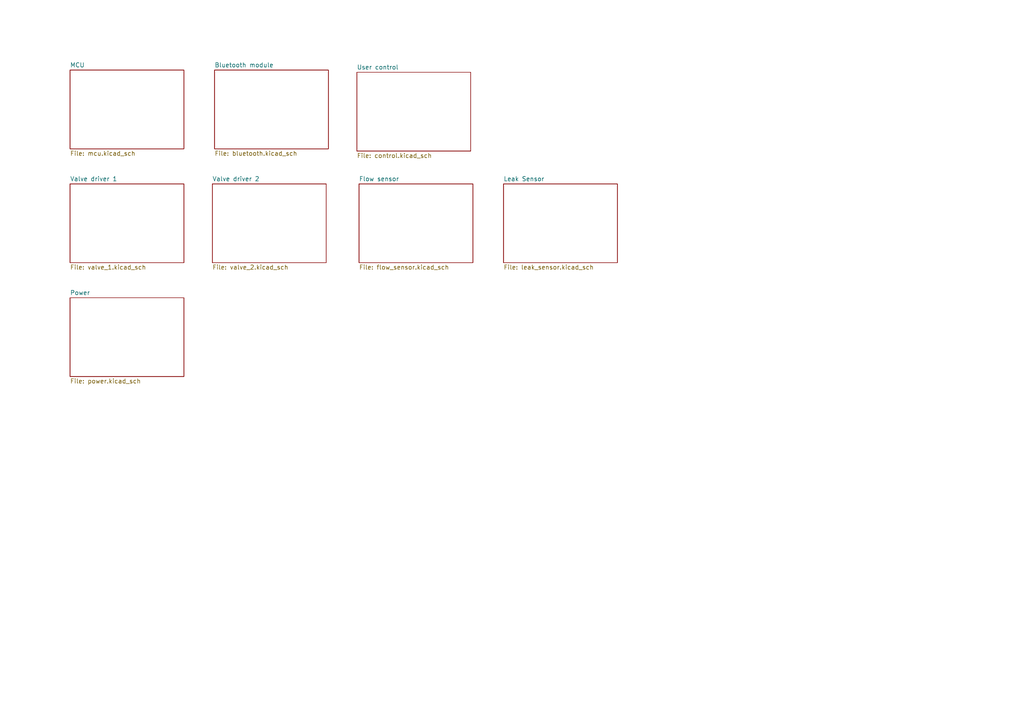
<source format=kicad_sch>
(kicad_sch (version 20211123) (generator eeschema)

  (uuid 0e6b81c4-6d88-4c3c-b201-707856271d06)

  (paper "A4")

  (lib_symbols
  )


  (sheet (at 20.32 20.32) (size 33.02 22.86) (fields_autoplaced)
    (stroke (width 0.1524) (type solid) (color 0 0 0 0))
    (fill (color 0 0 0 0.0000))
    (uuid 0683e67a-092e-459e-8cc6-b8592de6064b)
    (property "Sheet name" "MCU" (id 0) (at 20.32 19.6084 0)
      (effects (font (size 1.27 1.27)) (justify left bottom))
    )
    (property "Sheet file" "mcu.kicad_sch" (id 1) (at 20.32 43.7646 0)
      (effects (font (size 1.27 1.27)) (justify left top))
    )
  )

  (sheet (at 62.23 20.32) (size 33.02 22.86) (fields_autoplaced)
    (stroke (width 0.1524) (type solid) (color 0 0 0 0))
    (fill (color 0 0 0 0.0000))
    (uuid 38c3952c-3127-4a4a-864e-495559b2b8fc)
    (property "Sheet name" "Bluetooth module" (id 0) (at 62.23 19.6084 0)
      (effects (font (size 1.27 1.27)) (justify left bottom))
    )
    (property "Sheet file" "bluetooth.kicad_sch" (id 1) (at 62.23 43.7646 0)
      (effects (font (size 1.27 1.27)) (justify left top))
    )
  )

  (sheet (at 103.505 20.955) (size 33.02 22.86) (fields_autoplaced)
    (stroke (width 0.1524) (type solid) (color 0 0 0 0))
    (fill (color 0 0 0 0.0000))
    (uuid 4490126e-8b5d-42f3-ad3f-0fd57719dac4)
    (property "Sheet name" "User control" (id 0) (at 103.505 20.2434 0)
      (effects (font (size 1.27 1.27)) (justify left bottom))
    )
    (property "Sheet file" "control.kicad_sch" (id 1) (at 103.505 44.3996 0)
      (effects (font (size 1.27 1.27)) (justify left top))
    )
  )

  (sheet (at 61.595 53.34) (size 33.02 22.86) (fields_autoplaced)
    (stroke (width 0.1524) (type solid) (color 0 0 0 0))
    (fill (color 0 0 0 0.0000))
    (uuid 98f77ec0-383f-468e-b522-0c5ba6d1f86c)
    (property "Sheet name" "Valve driver 2" (id 0) (at 61.595 52.6284 0)
      (effects (font (size 1.27 1.27)) (justify left bottom))
    )
    (property "Sheet file" "valve_2.kicad_sch" (id 1) (at 61.595 76.7846 0)
      (effects (font (size 1.27 1.27)) (justify left top))
    )
  )

  (sheet (at 20.32 86.36) (size 33.02 22.86) (fields_autoplaced)
    (stroke (width 0.1524) (type solid) (color 0 0 0 0))
    (fill (color 0 0 0 0.0000))
    (uuid a2ff5012-c174-4a0e-b8ed-4436099d203b)
    (property "Sheet name" "Power" (id 0) (at 20.32 85.6484 0)
      (effects (font (size 1.27 1.27)) (justify left bottom))
    )
    (property "Sheet file" "power.kicad_sch" (id 1) (at 20.32 109.8046 0)
      (effects (font (size 1.27 1.27)) (justify left top))
    )
  )

  (sheet (at 20.32 53.34) (size 33.02 22.86) (fields_autoplaced)
    (stroke (width 0.1524) (type solid) (color 0 0 0 0))
    (fill (color 0 0 0 0.0000))
    (uuid b8fb243d-bd1c-438b-96af-27752a26df26)
    (property "Sheet name" "Valve driver 1" (id 0) (at 20.32 52.6284 0)
      (effects (font (size 1.27 1.27)) (justify left bottom))
    )
    (property "Sheet file" "valve_1.kicad_sch" (id 1) (at 20.32 76.7846 0)
      (effects (font (size 1.27 1.27)) (justify left top))
    )
  )

  (sheet (at 104.14 53.34) (size 33.02 22.86) (fields_autoplaced)
    (stroke (width 0.1524) (type solid) (color 0 0 0 0))
    (fill (color 0 0 0 0.0000))
    (uuid df6098ec-6544-4689-841f-fd6f857d31ad)
    (property "Sheet name" "Flow sensor" (id 0) (at 104.14 52.6284 0)
      (effects (font (size 1.27 1.27)) (justify left bottom))
    )
    (property "Sheet file" "flow_sensor.kicad_sch" (id 1) (at 104.14 76.7846 0)
      (effects (font (size 1.27 1.27)) (justify left top))
    )
  )

  (sheet (at 146.05 53.34) (size 33.02 22.86) (fields_autoplaced)
    (stroke (width 0.1524) (type solid) (color 0 0 0 0))
    (fill (color 0 0 0 0.0000))
    (uuid fbc94dad-ddbc-42c3-b521-5657425d9b7a)
    (property "Sheet name" "Leak Sensor" (id 0) (at 146.05 52.6284 0)
      (effects (font (size 1.27 1.27)) (justify left bottom))
    )
    (property "Sheet file" "leak_sensor.kicad_sch" (id 1) (at 146.05 76.7846 0)
      (effects (font (size 1.27 1.27)) (justify left top))
    )
  )

  (sheet_instances
    (path "/" (page "1"))
    (path "/b8fb243d-bd1c-438b-96af-27752a26df26" (page "2"))
    (path "/a2ff5012-c174-4a0e-b8ed-4436099d203b" (page "3"))
    (path "/df6098ec-6544-4689-841f-fd6f857d31ad" (page "4"))
    (path "/38c3952c-3127-4a4a-864e-495559b2b8fc" (page "5"))
    (path "/4490126e-8b5d-42f3-ad3f-0fd57719dac4" (page "6"))
    (path "/0683e67a-092e-459e-8cc6-b8592de6064b" (page "7"))
    (path "/fbc94dad-ddbc-42c3-b521-5657425d9b7a" (page "8"))
    (path "/98f77ec0-383f-468e-b522-0c5ba6d1f86c" (page "9"))
  )

  (symbol_instances
    (path "/b8fb243d-bd1c-438b-96af-27752a26df26/57aa1e57-aa50-42fd-ae40-9da96a4accb1"
      (reference "#PWR03") (unit 1) (value "+5V") (footprint "")
    )
    (path "/b8fb243d-bd1c-438b-96af-27752a26df26/0111da51-2caa-4bd8-a5b8-213fc00a0e46"
      (reference "#PWR04") (unit 1) (value "GNDD") (footprint "")
    )
    (path "/b8fb243d-bd1c-438b-96af-27752a26df26/b5bc45f1-c633-45cb-81e5-a4ed24e442bb"
      (reference "#PWR07") (unit 1) (value "+5V") (footprint "")
    )
    (path "/b8fb243d-bd1c-438b-96af-27752a26df26/ed59d6a6-f74d-4d96-ab4e-55051db88807"
      (reference "#PWR08") (unit 1) (value "GNDD") (footprint "")
    )
    (path "/b8fb243d-bd1c-438b-96af-27752a26df26/1049cc70-e459-431e-bc69-9b33125c3857"
      (reference "#PWR012") (unit 1) (value "GND") (footprint "")
    )
    (path "/b8fb243d-bd1c-438b-96af-27752a26df26/33ba4cd1-4286-49cd-9793-823992cb8894"
      (reference "#PWR014") (unit 1) (value "GND") (footprint "")
    )
    (path "/b8fb243d-bd1c-438b-96af-27752a26df26/66ae10cc-a10f-4ac0-a71e-3de017c9edd2"
      (reference "#PWR016") (unit 1) (value "GNDD") (footprint "")
    )
    (path "/b8fb243d-bd1c-438b-96af-27752a26df26/e690418b-a774-4b43-bc54-bdd1c01bf571"
      (reference "#PWR021") (unit 1) (value "GND") (footprint "")
    )
    (path "/b8fb243d-bd1c-438b-96af-27752a26df26/e15098a7-a558-44c1-b43b-cef8d2593b55"
      (reference "#PWR022") (unit 1) (value "GND") (footprint "")
    )
    (path "/b8fb243d-bd1c-438b-96af-27752a26df26/abcf64c0-cecb-4a21-ae2e-e293ebd44ec3"
      (reference "#PWR025") (unit 1) (value "GND") (footprint "")
    )
    (path "/a2ff5012-c174-4a0e-b8ed-4436099d203b/a1ae073b-0390-4fb0-94ac-b903f419eed6"
      (reference "#PWR027") (unit 1) (value "+5V") (footprint "")
    )
    (path "/a2ff5012-c174-4a0e-b8ed-4436099d203b/759ca126-09f4-4140-9c42-b522d40bfc5b"
      (reference "#PWR028") (unit 1) (value "GND") (footprint "")
    )
    (path "/a2ff5012-c174-4a0e-b8ed-4436099d203b/61de9b94-782a-4140-9069-d457ab47e8dc"
      (reference "#PWR029") (unit 1) (value "GND") (footprint "")
    )
    (path "/a2ff5012-c174-4a0e-b8ed-4436099d203b/d2c27e92-de15-4df1-8a38-a11437d103ba"
      (reference "#PWR030") (unit 1) (value "+5V") (footprint "")
    )
    (path "/a2ff5012-c174-4a0e-b8ed-4436099d203b/f3b53e9d-25df-46f9-a237-404114df29f1"
      (reference "#PWR031") (unit 1) (value "+5V") (footprint "")
    )
    (path "/a2ff5012-c174-4a0e-b8ed-4436099d203b/5bb1e332-f112-461f-a836-0b10a4b0a6cf"
      (reference "#PWR032") (unit 1) (value "+5V") (footprint "")
    )
    (path "/a2ff5012-c174-4a0e-b8ed-4436099d203b/d1a1a86f-f1bb-410f-bd87-bc76eeb0cf42"
      (reference "#PWR033") (unit 1) (value "GND") (footprint "")
    )
    (path "/a2ff5012-c174-4a0e-b8ed-4436099d203b/a4a22e50-ac54-4a9a-9edc-509e9b069091"
      (reference "#PWR034") (unit 1) (value "GND") (footprint "")
    )
    (path "/a2ff5012-c174-4a0e-b8ed-4436099d203b/0dc3aaaf-9b98-4567-94ed-11b2208cd790"
      (reference "#PWR035") (unit 1) (value "GND") (footprint "")
    )
    (path "/a2ff5012-c174-4a0e-b8ed-4436099d203b/0fbe4718-c37e-4a9f-ae9b-ac249f31a2a6"
      (reference "#PWR036") (unit 1) (value "GND") (footprint "")
    )
    (path "/a2ff5012-c174-4a0e-b8ed-4436099d203b/00f0f747-9b28-44cc-911e-0087d4cfb063"
      (reference "#PWR037") (unit 1) (value "GND") (footprint "")
    )
    (path "/a2ff5012-c174-4a0e-b8ed-4436099d203b/9a24dac3-9714-42cb-9b14-b7f934ce54a8"
      (reference "#PWR038") (unit 1) (value "GND") (footprint "")
    )
    (path "/a2ff5012-c174-4a0e-b8ed-4436099d203b/00c359b5-b6ea-478a-8a81-c4c245de8946"
      (reference "#PWR039") (unit 1) (value "GND") (footprint "")
    )
    (path "/a2ff5012-c174-4a0e-b8ed-4436099d203b/c863eb22-3322-4269-8f2b-2f435e691585"
      (reference "#PWR040") (unit 1) (value "GND") (footprint "")
    )
    (path "/a2ff5012-c174-4a0e-b8ed-4436099d203b/5c7f2a07-24fc-48ec-bb15-d9e174cf1dbc"
      (reference "#PWR041") (unit 1) (value "GND") (footprint "")
    )
    (path "/a2ff5012-c174-4a0e-b8ed-4436099d203b/304fc0fa-4ead-4555-a721-11186c956f87"
      (reference "#PWR042") (unit 1) (value "GND") (footprint "")
    )
    (path "/a2ff5012-c174-4a0e-b8ed-4436099d203b/bbd9c9a8-5581-4071-a061-d492f6934d59"
      (reference "#PWR043") (unit 1) (value "GND") (footprint "")
    )
    (path "/a2ff5012-c174-4a0e-b8ed-4436099d203b/1912ded1-1c46-4787-a4dd-a24caca4671b"
      (reference "#PWR044") (unit 1) (value "GND") (footprint "")
    )
    (path "/a2ff5012-c174-4a0e-b8ed-4436099d203b/830641d8-930d-4d09-89ee-6e4ea8eb9157"
      (reference "#PWR045") (unit 1) (value "GND") (footprint "")
    )
    (path "/a2ff5012-c174-4a0e-b8ed-4436099d203b/45ffff8c-709b-4409-9f66-3ab45314984d"
      (reference "#PWR046") (unit 1) (value "+BATT") (footprint "")
    )
    (path "/a2ff5012-c174-4a0e-b8ed-4436099d203b/cc7583e0-dbb9-4e67-901a-29c7c26f46ef"
      (reference "#PWR047") (unit 1) (value "GND") (footprint "")
    )
    (path "/a2ff5012-c174-4a0e-b8ed-4436099d203b/5990c69f-6a7c-4725-8f58-2b156eced9db"
      (reference "#PWR048") (unit 1) (value "VCC") (footprint "")
    )
    (path "/a2ff5012-c174-4a0e-b8ed-4436099d203b/bca04f66-520e-497c-82b0-576a2bcef8aa"
      (reference "#PWR049") (unit 1) (value "GND") (footprint "")
    )
    (path "/a2ff5012-c174-4a0e-b8ed-4436099d203b/2e986405-8a8e-4cdd-abe5-42f69145015f"
      (reference "#PWR050") (unit 1) (value "GND") (footprint "")
    )
    (path "/a2ff5012-c174-4a0e-b8ed-4436099d203b/728fd2b0-9b9d-45b4-a1d8-be6d46e5aab7"
      (reference "#PWR051") (unit 1) (value "+5V") (footprint "")
    )
    (path "/a2ff5012-c174-4a0e-b8ed-4436099d203b/e8f93ad1-a6d0-4008-9de6-a0035e098807"
      (reference "#PWR052") (unit 1) (value "GND") (footprint "")
    )
    (path "/a2ff5012-c174-4a0e-b8ed-4436099d203b/57517c68-ba25-4d05-8001-db220031b228"
      (reference "#PWR053") (unit 1) (value "+BATT") (footprint "")
    )
    (path "/a2ff5012-c174-4a0e-b8ed-4436099d203b/41ddb1d3-a022-4fcc-8d64-b3416e24a49e"
      (reference "#PWR054") (unit 1) (value "+5V") (footprint "")
    )
    (path "/a2ff5012-c174-4a0e-b8ed-4436099d203b/5abb1d15-d03f-426b-9631-54b19088491f"
      (reference "#PWR055") (unit 1) (value "GND") (footprint "")
    )
    (path "/a2ff5012-c174-4a0e-b8ed-4436099d203b/694333de-ddda-4fd5-bec0-c89ac19ce065"
      (reference "#PWR056") (unit 1) (value "GND") (footprint "")
    )
    (path "/a2ff5012-c174-4a0e-b8ed-4436099d203b/b1c24c3b-4bd4-47ed-93a3-adb1ff823872"
      (reference "#PWR057") (unit 1) (value "GND") (footprint "")
    )
    (path "/a2ff5012-c174-4a0e-b8ed-4436099d203b/7072e57e-3190-4db5-82ba-92bb234d8ebd"
      (reference "#PWR058") (unit 1) (value "GND") (footprint "")
    )
    (path "/a2ff5012-c174-4a0e-b8ed-4436099d203b/1cc84093-f16b-4fc3-97be-a3d6f6b8fa30"
      (reference "#PWR059") (unit 1) (value "VCC") (footprint "")
    )
    (path "/a2ff5012-c174-4a0e-b8ed-4436099d203b/cda6afcf-21c6-4ba8-80ac-062a47aa0dd8"
      (reference "#PWR060") (unit 1) (value "GND") (footprint "")
    )
    (path "/df6098ec-6544-4689-841f-fd6f857d31ad/e23948b3-bf6f-4c2f-8c2e-e3d0a3310611"
      (reference "#PWR063") (unit 1) (value "GND") (footprint "")
    )
    (path "/df6098ec-6544-4689-841f-fd6f857d31ad/26d847d9-dac0-4e28-a7a1-b82483e5ee6c"
      (reference "#PWR064") (unit 1) (value "GND") (footprint "")
    )
    (path "/df6098ec-6544-4689-841f-fd6f857d31ad/acc7fbf1-2f98-4362-a352-6f0ea3b2f31f"
      (reference "#PWR066") (unit 1) (value "GNDD") (footprint "")
    )
    (path "/df6098ec-6544-4689-841f-fd6f857d31ad/ca884b98-302b-43bf-a654-2a6c2c28ce40"
      (reference "#PWR068") (unit 1) (value "GNDD") (footprint "")
    )
    (path "/38c3952c-3127-4a4a-864e-495559b2b8fc/c71669a0-349c-4279-a3d6-820bd0f647fb"
      (reference "#PWR069") (unit 1) (value "VCC") (footprint "")
    )
    (path "/38c3952c-3127-4a4a-864e-495559b2b8fc/699ec331-9ed0-4fca-959a-fd563cb2d84b"
      (reference "#PWR070") (unit 1) (value "GND") (footprint "")
    )
    (path "/38c3952c-3127-4a4a-864e-495559b2b8fc/207ccaf1-dada-40f7-a2e5-0876ce47b035"
      (reference "#PWR071") (unit 1) (value "GNDD") (footprint "")
    )
    (path "/38c3952c-3127-4a4a-864e-495559b2b8fc/a94b6414-c87c-4e54-b022-36140c1fd840"
      (reference "#PWR072") (unit 1) (value "VCC") (footprint "")
    )
    (path "/38c3952c-3127-4a4a-864e-495559b2b8fc/81e732d0-e7e6-489e-96b8-33cf9c79bdb3"
      (reference "#PWR073") (unit 1) (value "GNDD") (footprint "")
    )
    (path "/4490126e-8b5d-42f3-ad3f-0fd57719dac4/bac6c31f-8fb6-4efe-8e24-3fc20ef0f9d4"
      (reference "#PWR074") (unit 1) (value "VCC") (footprint "")
    )
    (path "/4490126e-8b5d-42f3-ad3f-0fd57719dac4/b280863e-8ecf-4aa0-8587-c60d9127e3cd"
      (reference "#PWR075") (unit 1) (value "GNDD") (footprint "")
    )
    (path "/0683e67a-092e-459e-8cc6-b8592de6064b/c27d1e6a-dfb1-454b-af12-8948a146349f"
      (reference "#PWR076") (unit 1) (value "GNDD") (footprint "")
    )
    (path "/0683e67a-092e-459e-8cc6-b8592de6064b/8cec210e-174e-425f-b6fc-7dba310a55ea"
      (reference "#PWR078") (unit 1) (value "GNDD") (footprint "")
    )
    (path "/0683e67a-092e-459e-8cc6-b8592de6064b/f135d783-9a36-4963-a51d-db1be931f3a1"
      (reference "#PWR079") (unit 1) (value "GNDD") (footprint "")
    )
    (path "/0683e67a-092e-459e-8cc6-b8592de6064b/fe9574b4-6aec-4a55-a833-b0a0f3b60e22"
      (reference "#PWR080") (unit 1) (value "GNDD") (footprint "")
    )
    (path "/0683e67a-092e-459e-8cc6-b8592de6064b/1036daed-9145-4eb4-ad56-d6a5ef93d02a"
      (reference "#PWR081") (unit 1) (value "GNDD") (footprint "")
    )
    (path "/0683e67a-092e-459e-8cc6-b8592de6064b/0c5cc521-caa4-4fae-8909-8bbe69406a82"
      (reference "#PWR082") (unit 1) (value "GNDD") (footprint "")
    )
    (path "/0683e67a-092e-459e-8cc6-b8592de6064b/4c9021ec-c3be-45dc-92fe-236dddc460d7"
      (reference "#PWR084") (unit 1) (value "GNDD") (footprint "")
    )
    (path "/0683e67a-092e-459e-8cc6-b8592de6064b/1baafab8-2d26-4180-812c-1543b2cbafff"
      (reference "#PWR086") (unit 1) (value "GNDD") (footprint "")
    )
    (path "/0683e67a-092e-459e-8cc6-b8592de6064b/4451b80a-b725-4a9c-af7e-f1169dc11cbd"
      (reference "#PWR088") (unit 1) (value "GNDD") (footprint "")
    )
    (path "/0683e67a-092e-459e-8cc6-b8592de6064b/22980aba-3d62-449c-adea-1523aacf7c6b"
      (reference "#PWR090") (unit 1) (value "GNDD") (footprint "")
    )
    (path "/fbc94dad-ddbc-42c3-b521-5657425d9b7a/a99f64b7-1387-4f98-960b-943edfeeb837"
      (reference "#PWR091") (unit 1) (value "GND") (footprint "")
    )
    (path "/fbc94dad-ddbc-42c3-b521-5657425d9b7a/de7f2496-8ace-4f92-bb0b-0b7ee91fb58c"
      (reference "#PWR092") (unit 1) (value "GND") (footprint "")
    )
    (path "/fbc94dad-ddbc-42c3-b521-5657425d9b7a/869aee9d-e3ba-4ed1-8316-d9eae15bc69e"
      (reference "#PWR093") (unit 1) (value "GND") (footprint "")
    )
    (path "/fbc94dad-ddbc-42c3-b521-5657425d9b7a/bd44425a-0662-42e2-bbbb-07a1dfc7f60e"
      (reference "#PWR094") (unit 1) (value "GND") (footprint "")
    )
    (path "/98f77ec0-383f-468e-b522-0c5ba6d1f86c/16211479-f946-4975-a895-6805fedf68b9"
      (reference "#PWR096") (unit 1) (value "GND") (footprint "")
    )
    (path "/98f77ec0-383f-468e-b522-0c5ba6d1f86c/8c34a8c0-a39b-44c8-bdc9-e4626729baea"
      (reference "#PWR098") (unit 1) (value "GND") (footprint "")
    )
    (path "/98f77ec0-383f-468e-b522-0c5ba6d1f86c/0c56ddba-efa0-4016-9c16-04e0ccb1213a"
      (reference "#PWR0100") (unit 1) (value "GND") (footprint "")
    )
    (path "/98f77ec0-383f-468e-b522-0c5ba6d1f86c/849d0fcb-5146-40c2-9bc4-b09a29badde5"
      (reference "#PWR0101") (unit 1) (value "+5V") (footprint "")
    )
    (path "/98f77ec0-383f-468e-b522-0c5ba6d1f86c/93db7a58-58de-4e04-b43f-bff57c89fc9e"
      (reference "#PWR0102") (unit 1) (value "+5V") (footprint "")
    )
    (path "/98f77ec0-383f-468e-b522-0c5ba6d1f86c/8e0ab37f-0a79-47d9-a55d-f74213440e3a"
      (reference "#PWR0103") (unit 1) (value "+5V") (footprint "")
    )
    (path "/98f77ec0-383f-468e-b522-0c5ba6d1f86c/98b5afc8-c0f7-435c-b863-f46040278b5d"
      (reference "#PWR0104") (unit 1) (value "+5V") (footprint "")
    )
    (path "/98f77ec0-383f-468e-b522-0c5ba6d1f86c/93c0cb42-3f09-4af5-bdbb-d3c8bb7c9719"
      (reference "#PWR0105") (unit 1) (value "GND") (footprint "")
    )
    (path "/98f77ec0-383f-468e-b522-0c5ba6d1f86c/a9fe6e05-5dbe-474a-9149-a4b19fa77131"
      (reference "#PWR0106") (unit 1) (value "GND") (footprint "")
    )
    (path "/98f77ec0-383f-468e-b522-0c5ba6d1f86c/00d2024c-b98c-45ec-951d-814aa093ca2e"
      (reference "#PWR0107") (unit 1) (value "+5V") (footprint "")
    )
    (path "/98f77ec0-383f-468e-b522-0c5ba6d1f86c/48139ec0-a883-4d70-9340-a9e41607d04c"
      (reference "#PWR0108") (unit 1) (value "GND") (footprint "")
    )
    (path "/0683e67a-092e-459e-8cc6-b8592de6064b/ca4e34c5-a063-4a94-986e-3284c0bf083b"
      (reference "#PWR0109") (unit 1) (value "+5V") (footprint "")
    )
    (path "/0683e67a-092e-459e-8cc6-b8592de6064b/8affb9d8-f6d9-410d-925c-ba592f2abfdc"
      (reference "#PWR0110") (unit 1) (value "+5V") (footprint "")
    )
    (path "/98f77ec0-383f-468e-b522-0c5ba6d1f86c/e557d95b-2a17-4862-a6ee-dcd1b53de8c8"
      (reference "#PWR0111") (unit 1) (value "+5V") (footprint "")
    )
    (path "/98f77ec0-383f-468e-b522-0c5ba6d1f86c/c2b9fb24-6ecc-4a5a-9949-cf5786d457ee"
      (reference "#PWR0112") (unit 1) (value "+5V") (footprint "")
    )
    (path "/0683e67a-092e-459e-8cc6-b8592de6064b/a27ec1ad-1ff2-43fd-b00a-902bf5e3088f"
      (reference "#PWR0113") (unit 1) (value "+5V") (footprint "")
    )
    (path "/0683e67a-092e-459e-8cc6-b8592de6064b/14e4c4b9-1e30-4991-8cfb-eebe223aeb12"
      (reference "#PWR0114") (unit 1) (value "+5V") (footprint "")
    )
    (path "/98f77ec0-383f-468e-b522-0c5ba6d1f86c/d6cabaac-c98f-4bae-88fc-4c4a3cd218fc"
      (reference "#PWR0115") (unit 1) (value "GND") (footprint "")
    )
    (path "/98f77ec0-383f-468e-b522-0c5ba6d1f86c/69b2bff1-c163-4c6f-a0a4-fc789276aebf"
      (reference "#PWR0116") (unit 1) (value "GND") (footprint "")
    )
    (path "/0683e67a-092e-459e-8cc6-b8592de6064b/8c71b99a-c372-49af-ae3f-00f659f734cd"
      (reference "#PWR0117") (unit 1) (value "+5V") (footprint "")
    )
    (path "/b8fb243d-bd1c-438b-96af-27752a26df26/bbd5efb3-8c46-45ca-b01f-0e64763a9b66"
      (reference "#PWR0118") (unit 1) (value "GND") (footprint "")
    )
    (path "/b8fb243d-bd1c-438b-96af-27752a26df26/6aa4b3bf-d117-4e94-af30-d3062f584d4d"
      (reference "#PWR0119") (unit 1) (value "+5V") (footprint "")
    )
    (path "/b8fb243d-bd1c-438b-96af-27752a26df26/96839035-ec98-4c9b-97c9-887351587274"
      (reference "#PWR0120") (unit 1) (value "+5V") (footprint "")
    )
    (path "/b8fb243d-bd1c-438b-96af-27752a26df26/c6dc3779-08d8-4285-9381-0a50f1aeddcc"
      (reference "#PWR0121") (unit 1) (value "+5V") (footprint "")
    )
    (path "/b8fb243d-bd1c-438b-96af-27752a26df26/087996e9-b3ee-468a-a9b5-37a101962217"
      (reference "#PWR0122") (unit 1) (value "+5V") (footprint "")
    )
    (path "/b8fb243d-bd1c-438b-96af-27752a26df26/70d7b5e4-edca-4840-839b-68843407797e"
      (reference "#PWR0123") (unit 1) (value "GNDD") (footprint "")
    )
    (path "/b8fb243d-bd1c-438b-96af-27752a26df26/3434dfaf-b7ce-472c-bd82-310e8684ccbe"
      (reference "#PWR0124") (unit 1) (value "+5V") (footprint "")
    )
    (path "/98f77ec0-383f-468e-b522-0c5ba6d1f86c/c636b444-c22f-448d-a094-9490f8b498e1"
      (reference "#PWR0125") (unit 1) (value "+5V") (footprint "")
    )
    (path "/98f77ec0-383f-468e-b522-0c5ba6d1f86c/5b400cfc-f391-4da3-a9b3-88bee72fb1c5"
      (reference "#PWR0126") (unit 1) (value "+5V") (footprint "")
    )
    (path "/98f77ec0-383f-468e-b522-0c5ba6d1f86c/2bbd2c14-930d-4dee-ab5c-11ac62a0cc3e"
      (reference "#PWR0127") (unit 1) (value "+5V") (footprint "")
    )
    (path "/98f77ec0-383f-468e-b522-0c5ba6d1f86c/01df740e-425d-4ee9-9672-9f80705218d5"
      (reference "#PWR0128") (unit 1) (value "+5V") (footprint "")
    )
    (path "/98f77ec0-383f-468e-b522-0c5ba6d1f86c/e2319684-ddcc-409f-8d04-3b887ee13b0b"
      (reference "#PWR0129") (unit 1) (value "GND") (footprint "")
    )
    (path "/98f77ec0-383f-468e-b522-0c5ba6d1f86c/f2bbe970-96d1-4cc5-b088-53f61dd9bf02"
      (reference "#PWR0130") (unit 1) (value "GND") (footprint "")
    )
    (path "/98f77ec0-383f-468e-b522-0c5ba6d1f86c/44a2ba6e-5b70-4984-8d88-b9cd4e86f02e"
      (reference "#PWR0131") (unit 1) (value "+5V") (footprint "")
    )
    (path "/98f77ec0-383f-468e-b522-0c5ba6d1f86c/c5e73aa2-6c63-4498-9a50-2f27ca896f48"
      (reference "#PWR0132") (unit 1) (value "+5V") (footprint "")
    )
    (path "/98f77ec0-383f-468e-b522-0c5ba6d1f86c/d1178de3-fffd-433e-ab62-182c3ace407e"
      (reference "#PWR0133") (unit 1) (value "GND") (footprint "")
    )
    (path "/98f77ec0-383f-468e-b522-0c5ba6d1f86c/5e571a50-0db1-42c2-b8ef-fe7bb7ed0517"
      (reference "#PWR0134") (unit 1) (value "GND") (footprint "")
    )
    (path "/b8fb243d-bd1c-438b-96af-27752a26df26/c2266a7f-282e-42bc-bdb7-9130c3d491a7"
      (reference "#PWR0135") (unit 1) (value "+5V") (footprint "")
    )
    (path "/b8fb243d-bd1c-438b-96af-27752a26df26/1aedeb17-aa08-4e96-96cc-3f63d23b2200"
      (reference "#PWR0136") (unit 1) (value "+5V") (footprint "")
    )
    (path "/b8fb243d-bd1c-438b-96af-27752a26df26/ac0624da-8a28-4408-b554-3b787eb321b4"
      (reference "#PWR0137") (unit 1) (value "+5V") (footprint "")
    )
    (path "/b8fb243d-bd1c-438b-96af-27752a26df26/f5465034-5db4-46a2-a8b4-ecc356075b64"
      (reference "#PWR0138") (unit 1) (value "+5V") (footprint "")
    )
    (path "/b8fb243d-bd1c-438b-96af-27752a26df26/28d57fc6-a21d-4a3f-a681-28b60f762ef9"
      (reference "#PWR0139") (unit 1) (value "+5V") (footprint "")
    )
    (path "/98f77ec0-383f-468e-b522-0c5ba6d1f86c/a368bc7b-2a86-4311-a96c-5abca5db380e"
      (reference "#PWR0140") (unit 1) (value "+5V") (footprint "")
    )
    (path "/98f77ec0-383f-468e-b522-0c5ba6d1f86c/afa8d828-4a1c-4b54-b2d5-7e7dfe6f6f8a"
      (reference "#PWR0141") (unit 1) (value "+5V") (footprint "")
    )
    (path "/98f77ec0-383f-468e-b522-0c5ba6d1f86c/e60d7ade-16a1-4f3a-bdd7-d5e94c09cba5"
      (reference "#PWR0142") (unit 1) (value "+5V") (footprint "")
    )
    (path "/df6098ec-6544-4689-841f-fd6f857d31ad/07476025-1383-46f7-b1b8-80bd470b3e4c"
      (reference "#PWR?") (unit 1) (value "+5V") (footprint "")
    )
    (path "/df6098ec-6544-4689-841f-fd6f857d31ad/37997717-f44a-4752-ae44-a1f9eed09af9"
      (reference "#PWR?") (unit 1) (value "+5V") (footprint "")
    )
    (path "/df6098ec-6544-4689-841f-fd6f857d31ad/5db14e5e-1111-4b73-bb6f-07f6882bcb4c"
      (reference "#PWR?") (unit 1) (value "+5V") (footprint "")
    )
    (path "/df6098ec-6544-4689-841f-fd6f857d31ad/fe8caff3-a405-4070-8f67-b8c8dc5271a2"
      (reference "#PWR?") (unit 1) (value "+5V") (footprint "")
    )
    (path "/a2ff5012-c174-4a0e-b8ed-4436099d203b/c2d81ab2-f346-4775-9b73-50d8c8eb4d45"
      (reference "BT1") (unit 1) (value "Battery") (footprint "Connector_PinHeader_1.27mm:PinHeader_1x02_P1.27mm_Vertical")
    )
    (path "/b8fb243d-bd1c-438b-96af-27752a26df26/c3fc47bf-0595-4925-aa3c-26e52c2f7a3b"
      (reference "C1") (unit 1) (value "0.1") (footprint "Capacitor_SMD:C_0805_2012Metric")
    )
    (path "/b8fb243d-bd1c-438b-96af-27752a26df26/70799e1b-fd06-48e7-b7a7-f9859236ba1e"
      (reference "C2") (unit 1) (value "0.1") (footprint "Capacitor_SMD:C_0805_2012Metric")
    )
    (path "/b8fb243d-bd1c-438b-96af-27752a26df26/095885e4-8a6e-4103-bf9e-41b63c5b2de8"
      (reference "C5") (unit 1) (value "10") (footprint "Capacitor_SMD:C_0805_2012Metric")
    )
    (path "/b8fb243d-bd1c-438b-96af-27752a26df26/4824ea4f-a6ab-4ee7-8fcf-b979127097a2"
      (reference "C6") (unit 1) (value "0.1") (footprint "Capacitor_SMD:C_0805_2012Metric")
    )
    (path "/b8fb243d-bd1c-438b-96af-27752a26df26/f0ef9e3b-86c5-4441-8716-ac8de9287ca0"
      (reference "C7") (unit 1) (value "0.1uF") (footprint "Capacitor_SMD:C_0805_2012Metric")
    )
    (path "/b8fb243d-bd1c-438b-96af-27752a26df26/270c6c24-d40e-4a5a-9f02-87187621a7c9"
      (reference "C8") (unit 1) (value "0.1uF") (footprint "Capacitor_SMD:C_0805_2012Metric")
    )
    (path "/a2ff5012-c174-4a0e-b8ed-4436099d203b/347dc7d1-8c00-4034-b792-683fc53b73c0"
      (reference "C9") (unit 1) (value "0.1uF") (footprint "Capacitor_SMD:C_0805_2012Metric")
    )
    (path "/a2ff5012-c174-4a0e-b8ed-4436099d203b/37dae2ec-0279-4e1d-9b4d-a8b719fa37f8"
      (reference "C10") (unit 1) (value "22uF") (footprint "Capacitor_SMD:C_0805_2012Metric")
    )
    (path "/a2ff5012-c174-4a0e-b8ed-4436099d203b/20877eb7-6277-481f-b417-1a1a069a4f96"
      (reference "C11") (unit 1) (value "10uF") (footprint "Capacitor_SMD:C_0603_1608Metric")
    )
    (path "/a2ff5012-c174-4a0e-b8ed-4436099d203b/4a6cfdcf-bd26-4a07-9a7a-b1ad7a9e9414"
      (reference "C12") (unit 1) (value "10uF") (footprint "Capacitor_SMD:C_0805_2012Metric")
    )
    (path "/a2ff5012-c174-4a0e-b8ed-4436099d203b/4dccc984-513d-4cb3-b9bc-db76bd40d560"
      (reference "C13") (unit 1) (value "100nF") (footprint "Capacitor_SMD:C_0603_1608Metric")
    )
    (path "/a2ff5012-c174-4a0e-b8ed-4436099d203b/4527ea46-cebb-4fdf-b3e3-8689973512d5"
      (reference "C14") (unit 1) (value "220pF") (footprint "Capacitor_SMD:C_0603_1608Metric")
    )
    (path "/a2ff5012-c174-4a0e-b8ed-4436099d203b/599c934d-3059-43fb-b505-827b8bc60311"
      (reference "C15") (unit 1) (value "NS") (footprint "Capacitor_SMD:C_0603_1608Metric")
    )
    (path "/a2ff5012-c174-4a0e-b8ed-4436099d203b/6e73c1e6-7eb5-4181-a97b-d9a870b21fa4"
      (reference "C16") (unit 1) (value "10uF") (footprint "Capacitor_SMD:C_0805_2012Metric")
    )
    (path "/a2ff5012-c174-4a0e-b8ed-4436099d203b/c1d4dc9f-c665-4cbb-afd5-369cfe352d45"
      (reference "C17") (unit 1) (value "22uF") (footprint "Capacitor_SMD:C_0805_2012Metric")
    )
    (path "/a2ff5012-c174-4a0e-b8ed-4436099d203b/ed59869f-306b-44bd-a5da-63637b3bb61a"
      (reference "C18") (unit 1) (value "22uF") (footprint "Capacitor_SMD:C_0805_2012Metric")
    )
    (path "/a2ff5012-c174-4a0e-b8ed-4436099d203b/1af3e52b-d1f3-461b-b8f0-40a98c8e35b4"
      (reference "C19") (unit 1) (value "22uF") (footprint "Capacitor_SMD:C_0805_2012Metric")
    )
    (path "/a2ff5012-c174-4a0e-b8ed-4436099d203b/90cfa489-9519-42bb-809e-9647a78b74d4"
      (reference "C20") (unit 1) (value "150uF 25V") (footprint "Capacitor_THT:CP_Radial_D8.0mm_P2.50mm")
    )
    (path "/38c3952c-3127-4a4a-864e-495559b2b8fc/c9400c87-a144-4ec3-bd44-fbdfdd058b2e"
      (reference "C21") (unit 1) (value "0.1") (footprint "Capacitor_SMD:C_0805_2012Metric")
    )
    (path "/0683e67a-092e-459e-8cc6-b8592de6064b/645ef5c8-4980-447c-b230-4f4580ec9980"
      (reference "C22") (unit 1) (value "0.1") (footprint "Capacitor_SMD:C_0805_2012Metric")
    )
    (path "/0683e67a-092e-459e-8cc6-b8592de6064b/66551c9a-63be-4f82-8dfc-50835b3f58d7"
      (reference "C23") (unit 1) (value "22p") (footprint "Capacitor_SMD:C_0603_1608Metric")
    )
    (path "/0683e67a-092e-459e-8cc6-b8592de6064b/9cfd4b01-70d6-4507-adcd-e0425935c09c"
      (reference "C24") (unit 1) (value "0.1") (footprint "Capacitor_SMD:C_0805_2012Metric")
    )
    (path "/0683e67a-092e-459e-8cc6-b8592de6064b/71a7f383-78bb-467c-a57a-6fda43edaddb"
      (reference "C25") (unit 1) (value "22p") (footprint "Capacitor_SMD:C_0603_1608Metric")
    )
    (path "/0683e67a-092e-459e-8cc6-b8592de6064b/37f4855a-12f4-46ff-ac62-c6b5f4152f87"
      (reference "C26") (unit 1) (value "0.1") (footprint "Capacitor_SMD:C_0805_2012Metric")
    )
    (path "/0683e67a-092e-459e-8cc6-b8592de6064b/62b8260b-b85d-43bc-89d8-33e947c9655d"
      (reference "C27") (unit 1) (value "0.1") (footprint "Capacitor_SMD:C_0805_2012Metric")
    )
    (path "/98f77ec0-383f-468e-b522-0c5ba6d1f86c/efa0bfd5-8d59-47d0-ae4c-90d96e4675f3"
      (reference "C28") (unit 1) (value "10uF") (footprint "Capacitor_SMD:C_0805_2012Metric")
    )
    (path "/98f77ec0-383f-468e-b522-0c5ba6d1f86c/d22cd83c-9764-49fb-9f4e-56ed4b717b8c"
      (reference "C29") (unit 1) (value "0.1uF") (footprint "Capacitor_SMD:C_0805_2012Metric")
    )
    (path "/98f77ec0-383f-468e-b522-0c5ba6d1f86c/38cf5da4-da06-4b16-abf7-cf2abc7be63f"
      (reference "C30") (unit 1) (value "10uF") (footprint "Capacitor_SMD:C_0805_2012Metric")
    )
    (path "/98f77ec0-383f-468e-b522-0c5ba6d1f86c/047c94ec-425e-4fa5-b96b-b466578b7923"
      (reference "C31") (unit 1) (value "0.1uF") (footprint "Capacitor_SMD:C_0805_2012Metric")
    )
    (path "/98f77ec0-383f-468e-b522-0c5ba6d1f86c/b4deb3c1-bbac-4c27-ac19-6a63e659feb7"
      (reference "C34") (unit 1) (value "0.1uF") (footprint "Capacitor_SMD:C_0805_2012Metric")
    )
    (path "/98f77ec0-383f-468e-b522-0c5ba6d1f86c/288ec10b-7194-4435-9af0-2529c93d1466"
      (reference "C35") (unit 1) (value "0.1uF") (footprint "Capacitor_SMD:C_0805_2012Metric")
    )
    (path "/98f77ec0-383f-468e-b522-0c5ba6d1f86c/1b045bca-0c7e-4613-953c-cf80d63508d8"
      (reference "C40") (unit 1) (value "0.1uF") (footprint "Capacitor_SMD:C_0805_2012Metric")
    )
    (path "/98f77ec0-383f-468e-b522-0c5ba6d1f86c/13d58330-1c26-469a-901f-d3b3a0fc946b"
      (reference "C41") (unit 1) (value "0.1uF") (footprint "Capacitor_SMD:C_0805_2012Metric")
    )
    (path "/b8fb243d-bd1c-438b-96af-27752a26df26/74d1eace-ae1c-40ea-a428-ddba24d6f28b"
      (reference "D1") (unit 1) (value "L9110") (footprint "Package_SO:SOP-8_3.76x4.96mm_P1.27mm")
    )
    (path "/b8fb243d-bd1c-438b-96af-27752a26df26/b010a6ab-0904-4e9b-b18d-186d4f5f638b"
      (reference "D2") (unit 1) (value "L9110") (footprint "Package_SO:SOP-8_3.76x4.96mm_P1.27mm")
    )
    (path "/a2ff5012-c174-4a0e-b8ed-4436099d203b/40291ea8-2460-4d24-8105-952ea2f4cf46"
      (reference "D3") (unit 1) (value "MP1584") (footprint "plumbing_controller:SOIC-8-1EP_3.9x4.9mm_Pitch1.27mm")
    )
    (path "/a2ff5012-c174-4a0e-b8ed-4436099d203b/5bd603fd-fe57-4c60-bef6-813d589189b9"
      (reference "D4") (unit 1) (value "SS34") (footprint "Diode_SMD:D_SMA")
    )
    (path "/a2ff5012-c174-4a0e-b8ed-4436099d203b/5c5cac09-d909-4e03-bbdc-3db3bf50d552"
      (reference "D5") (unit 1) (value "1N4007") (footprint "")
    )
    (path "/a2ff5012-c174-4a0e-b8ed-4436099d203b/a5df4278-4444-4a9c-983b-04fafb9fbc38"
      (reference "D6") (unit 1) (value "SS34") (footprint "Diode_SMD:D_SMB")
    )
    (path "/a2ff5012-c174-4a0e-b8ed-4436099d203b/8bcbbbfe-4e8f-4eaa-8808-6bfcc510bb29"
      (reference "D7") (unit 1) (value "SS34") (footprint "Diode_SMD:D_SMB")
    )
    (path "/a2ff5012-c174-4a0e-b8ed-4436099d203b/0dc2350f-84ed-4f46-b942-5c80a700d201"
      (reference "D8") (unit 1) (value "SS34") (footprint "Diode_SMD:D_SMA")
    )
    (path "/df6098ec-6544-4689-841f-fd6f857d31ad/2c9c42cd-a132-4ed4-903a-aa85841bb43d"
      (reference "D9") (unit 1) (value "4.7V") (footprint "Diode_SMD:D_MiniMELF")
    )
    (path "/df6098ec-6544-4689-841f-fd6f857d31ad/a5e4882f-a036-4130-af73-114bea1774c4"
      (reference "D10") (unit 1) (value "4.7V") (footprint "Diode_SMD:D_MiniMELF")
    )
    (path "/98f77ec0-383f-468e-b522-0c5ba6d1f86c/3b6e4ddb-95d6-45ec-9003-1a19a604ef96"
      (reference "D11") (unit 1) (value "L9110") (footprint "Package_SO:SOP-8_3.76x4.96mm_P1.27mm")
    )
    (path "/98f77ec0-383f-468e-b522-0c5ba6d1f86c/e6bd08a6-8000-443d-a5ee-62a65ad702ea"
      (reference "D12") (unit 1) (value "L9110") (footprint "Package_SO:SOP-8_3.76x4.96mm_P1.27mm")
    )
    (path "/98f77ec0-383f-468e-b522-0c5ba6d1f86c/e42ab7bc-7ba8-4cb7-b58e-02b59e1c7b55"
      (reference "D13") (unit 1) (value "L9110") (footprint "Package_SO:SOP-8_3.76x4.96mm_P1.27mm")
    )
    (path "/98f77ec0-383f-468e-b522-0c5ba6d1f86c/ffd49372-6108-45f3-b0b2-c04e9ba9ec6d"
      (reference "D14") (unit 1) (value "L9110") (footprint "Package_SO:SOP-8_3.76x4.96mm_P1.27mm")
    )
    (path "/b8fb243d-bd1c-438b-96af-27752a26df26/3ed774c5-58b0-4fe3-bc26-9cf39961b95e"
      (reference "J1") (unit 1) (value "AVR-ISP-10") (footprint "Connector_PinHeader_2.54mm:PinHeader_2x05_P2.54mm_Vertical")
    )
    (path "/b8fb243d-bd1c-438b-96af-27752a26df26/aec64ff8-6f67-4b8c-aeab-80eead5934a5"
      (reference "J2") (unit 1) (value "VALVE1") (footprint "Plumbing_Controller:PinHeader_1x05_P3.81mm")
    )
    (path "/b8fb243d-bd1c-438b-96af-27752a26df26/9a5eac47-eb69-489c-a7fd-344535101cb1"
      (reference "J3") (unit 1) (value "VALVE2") (footprint "Plumbing_Controller:PinHeader_1x05_P3.81mm")
    )
    (path "/a2ff5012-c174-4a0e-b8ed-4436099d203b/c49d1b9a-36ed-43f6-9a6d-4bbb21cf5c25"
      (reference "J4") (unit 1) (value "DC 9V") (footprint "Plumbing_Controller:PinHeader_1x02_P3.81mm")
    )
    (path "/df6098ec-6544-4689-841f-fd6f857d31ad/71321afc-d897-41dc-ab96-2ceb7f018b73"
      (reference "J5") (unit 1) (value "FLOW1") (footprint "Plumbing_Controller:PinHeader_1x02_P3.81mm")
    )
    (path "/df6098ec-6544-4689-841f-fd6f857d31ad/d5e40f4a-900f-43b0-b089-2df5253554f6"
      (reference "J6") (unit 1) (value "FLOW2") (footprint "Plumbing_Controller:PinHeader_1x02_P3.81mm")
    )
    (path "/38c3952c-3127-4a4a-864e-495559b2b8fc/b54f2b56-cbf0-40e6-ae72-1e285e290533"
      (reference "J7") (unit 1) (value "Conn_01x05") (footprint "Connector_PinHeader_2.54mm:PinHeader_1x05_P2.54mm_Vertical")
    )
    (path "/4490126e-8b5d-42f3-ad3f-0fd57719dac4/b5b0a5bd-bc6c-4cc8-93fa-6b3a723f1510"
      (reference "J8") (unit 1) (value "LCD") (footprint "Connector_PinHeader_2.54mm:PinHeader_2x06_P2.54mm_Vertical")
    )
    (path "/4490126e-8b5d-42f3-ad3f-0fd57719dac4/606c35b0-81c1-4728-9beb-ef0a138e044e"
      (reference "J9") (unit 1) (value "UI") (footprint "Connector_PinHeader_2.54mm:PinHeader_2x06_P2.54mm_Vertical")
    )
    (path "/0683e67a-092e-459e-8cc6-b8592de6064b/24b6bb71-3479-4534-80b9-6921553d0df5"
      (reference "J10") (unit 1) (value "AVR-ISP-10") (footprint "Connector_PinHeader_2.54mm:PinHeader_2x05_P2.54mm_Vertical")
    )
    (path "/fbc94dad-ddbc-42c3-b521-5657425d9b7a/9aeddb85-c464-4dcd-9be4-c1f35bdcc663"
      (reference "J11") (unit 1) (value "LEAK1") (footprint "Plumbing_Controller:PinHeader_1x02_P3.81mm")
    )
    (path "/fbc94dad-ddbc-42c3-b521-5657425d9b7a/eba0568c-f463-40a7-8696-b050f4c4b9b5"
      (reference "J12") (unit 1) (value "LEAK2") (footprint "Plumbing_Controller:PinHeader_1x02_P3.81mm")
    )
    (path "/fbc94dad-ddbc-42c3-b521-5657425d9b7a/ce261cef-1ddc-4cc7-a3fc-abc009152a49"
      (reference "J13") (unit 1) (value "LEAK3") (footprint "Plumbing_Controller:PinHeader_1x02_P3.81mm")
    )
    (path "/fbc94dad-ddbc-42c3-b521-5657425d9b7a/15ea1288-fae7-441f-b733-06357d5e07da"
      (reference "J14") (unit 1) (value "LEAK4") (footprint "Plumbing_Controller:PinHeader_1x02_P3.81mm")
    )
    (path "/98f77ec0-383f-468e-b522-0c5ba6d1f86c/f108d884-7490-4a7c-91ed-bda873063ee9"
      (reference "J15") (unit 1) (value "VALVE3") (footprint "Plumbing_Controller:PinHeader_1x05_P3.81mm")
    )
    (path "/98f77ec0-383f-468e-b522-0c5ba6d1f86c/49583972-4f27-4d68-ac7b-1fa26834e467"
      (reference "J16") (unit 1) (value "VALVE4") (footprint "Plumbing_Controller:PinHeader_1x05_P3.81mm")
    )
    (path "/98f77ec0-383f-468e-b522-0c5ba6d1f86c/cc6d0fe5-ab51-4b45-a5e9-435f8f19f11d"
      (reference "J17") (unit 1) (value "VALVE5") (footprint "Plumbing_Controller:PinHeader_1x05_P3.81mm")
    )
    (path "/98f77ec0-383f-468e-b522-0c5ba6d1f86c/8ec446a6-33ba-415a-8e5f-dbfb11550f38"
      (reference "J18") (unit 1) (value "VALVE6") (footprint "Plumbing_Controller:PinHeader_1x05_P3.81mm")
    )
    (path "/a2ff5012-c174-4a0e-b8ed-4436099d203b/4907612f-ff06-44ed-b769-78efa2fde6fc"
      (reference "K1") (unit 1) (value "JQC-3FF") (footprint "Plumbing_Controller:JQC-3FF")
    )
    (path "/a2ff5012-c174-4a0e-b8ed-4436099d203b/2715dc14-4f00-4950-aabf-f07970b99e6b"
      (reference "L1") (unit 1) (value "10uH") (footprint "Inductor_SMD:L_Wuerth_HCM-1078")
    )
    (path "/a2ff5012-c174-4a0e-b8ed-4436099d203b/7593c031-2a3f-4c55-bc85-3e1c126a6567"
      (reference "L2") (unit 1) (value "22uH") (footprint "Inductor_SMD:L_Wuerth_HCI-1040")
    )
    (path "/0683e67a-092e-459e-8cc6-b8592de6064b/19bfa428-adc6-4e49-8627-e66da10300e4"
      (reference "L3") (unit 1) (value "10uH") (footprint "Inductor_THT:L_Axial_L7.0mm_D3.3mm_P12.70mm_Horizontal_Fastron_MICC")
    )
    (path "/a2ff5012-c174-4a0e-b8ed-4436099d203b/5e2dd96d-0f11-4dc3-9591-60dc916cd4fe"
      (reference "Q1") (unit 1) (value "S8550") (footprint "Package_TO_SOT_SMD:SOT-23")
    )
    (path "/b8fb243d-bd1c-438b-96af-27752a26df26/ef10bb9d-6bbf-4d29-bd27-f321ef639162"
      (reference "R1") (unit 1) (value "10K") (footprint "Resistor_SMD:R_0805_2012Metric")
    )
    (path "/b8fb243d-bd1c-438b-96af-27752a26df26/a1582011-5e59-43df-b90f-49dcc913ccf4"
      (reference "R2") (unit 1) (value "10K") (footprint "Resistor_SMD:R_0805_2012Metric")
    )
    (path "/b8fb243d-bd1c-438b-96af-27752a26df26/8514b659-af6b-460c-8b00-9cab1736b318"
      (reference "R3") (unit 1) (value "100K") (footprint "Resistor_SMD:R_0805_2012Metric")
    )
    (path "/b8fb243d-bd1c-438b-96af-27752a26df26/72b2ed1f-0f3b-458e-b632-194a0b8482e3"
      (reference "R4") (unit 1) (value "10K") (footprint "Resistor_SMD:R_0805_2012Metric")
    )
    (path "/b8fb243d-bd1c-438b-96af-27752a26df26/ceba6c1e-0197-41fc-b828-93338c28ca26"
      (reference "R5") (unit 1) (value "100K") (footprint "Resistor_SMD:R_0805_2012Metric")
    )
    (path "/b8fb243d-bd1c-438b-96af-27752a26df26/318e61c9-3ed1-4dc6-be59-35643e36d06c"
      (reference "R6") (unit 1) (value "10K") (footprint "Resistor_SMD:R_0805_2012Metric")
    )
    (path "/b8fb243d-bd1c-438b-96af-27752a26df26/61262d1f-aeb6-4bfb-8e64-4268517fb4a8"
      (reference "R7") (unit 1) (value "100K") (footprint "Resistor_SMD:R_0805_2012Metric")
    )
    (path "/b8fb243d-bd1c-438b-96af-27752a26df26/654c6df8-cbda-40d4-9b3a-d086f7958701"
      (reference "R8") (unit 1) (value "10K") (footprint "Resistor_SMD:R_0805_2012Metric")
    )
    (path "/b8fb243d-bd1c-438b-96af-27752a26df26/fac946d8-3f94-48e9-bf01-07a932479593"
      (reference "R9") (unit 1) (value "100K") (footprint "Resistor_SMD:R_0805_2012Metric")
    )
    (path "/a2ff5012-c174-4a0e-b8ed-4436099d203b/5010ad5b-fb02-40b7-9f11-48726e979686"
      (reference "R10") (unit 1) (value "1K") (footprint "Resistor_SMD:R_0603_1608Metric")
    )
    (path "/a2ff5012-c174-4a0e-b8ed-4436099d203b/1abd3836-8691-41d4-b655-0247795aafdc"
      (reference "R11") (unit 1) (value "100K") (footprint "Resistor_SMD:R_0603_1608Metric")
    )
    (path "/a2ff5012-c174-4a0e-b8ed-4436099d203b/9ae3b96c-7438-4003-aab0-400f2e212098"
      (reference "R12") (unit 1) (value "24.9K") (footprint "Resistor_SMD:R_0603_1608Metric")
    )
    (path "/a2ff5012-c174-4a0e-b8ed-4436099d203b/ef5d4d75-b6a7-438f-ac53-ae54f5c32f34"
      (reference "R13") (unit 1) (value "1.2K") (footprint "Resistor_SMD:R_0603_1608Metric")
    )
    (path "/a2ff5012-c174-4a0e-b8ed-4436099d203b/aedd80f2-e3ac-4858-bcda-bcfeda515681"
      (reference "R14") (unit 1) (value "200K") (footprint "Resistor_SMD:R_0603_1608Metric")
    )
    (path "/a2ff5012-c174-4a0e-b8ed-4436099d203b/772b25c8-d261-4b60-8ea4-bbee5a845c7b"
      (reference "R15") (unit 1) (value "100K") (footprint "Resistor_SMD:R_0603_1608Metric")
    )
    (path "/a2ff5012-c174-4a0e-b8ed-4436099d203b/e8c23faa-4aaa-4bbf-9ef9-3d84460e19a7"
      (reference "R16") (unit 1) (value "1K") (footprint "Resistor_SMD:R_0805_2012Metric")
    )
    (path "/a2ff5012-c174-4a0e-b8ed-4436099d203b/d461ae2c-5dc2-4606-a689-54fb2d6034ee"
      (reference "R17") (unit 1) (value "360K") (footprint "Resistor_SMD:R_0603_1608Metric")
    )
    (path "/a2ff5012-c174-4a0e-b8ed-4436099d203b/d2cce6b1-a98c-4ada-b94c-bf5e7d9df507"
      (reference "R18") (unit 1) (value "60K") (footprint "Resistor_SMD:R_0603_1608Metric")
    )
    (path "/a2ff5012-c174-4a0e-b8ed-4436099d203b/e093206f-6b45-46f7-8162-1ff8cb8b00af"
      (reference "R19") (unit 1) (value "2.2K") (footprint "Resistor_SMD:R_0603_1608Metric")
    )
    (path "/df6098ec-6544-4689-841f-fd6f857d31ad/c9e310c1-924e-4a64-bfc7-a9e729e986db"
      (reference "R20") (unit 1) (value "3K") (footprint "Resistor_SMD:R_0805_2012Metric")
    )
    (path "/df6098ec-6544-4689-841f-fd6f857d31ad/9ec5a114-8fee-4240-913f-f21703465b86"
      (reference "R21") (unit 1) (value "3K") (footprint "Resistor_SMD:R_0805_2012Metric")
    )
    (path "/df6098ec-6544-4689-841f-fd6f857d31ad/f3fe3a4b-ddd1-4adb-b196-21133f62c626"
      (reference "R22") (unit 1) (value "1K") (footprint "Resistor_SMD:R_0805_2012Metric")
    )
    (path "/df6098ec-6544-4689-841f-fd6f857d31ad/636425f3-c63d-4fcd-9712-e123a733b249"
      (reference "R23") (unit 1) (value "1K") (footprint "Resistor_SMD:R_0805_2012Metric")
    )
    (path "/df6098ec-6544-4689-841f-fd6f857d31ad/8f404211-26d2-47eb-8f38-93d34607cdf0"
      (reference "R24") (unit 1) (value "5K") (footprint "Resistor_SMD:R_0805_2012Metric")
    )
    (path "/df6098ec-6544-4689-841f-fd6f857d31ad/eda07290-af45-4d02-a854-04cae9d07d4a"
      (reference "R25") (unit 1) (value "5K") (footprint "Resistor_SMD:R_0805_2012Metric")
    )
    (path "/0683e67a-092e-459e-8cc6-b8592de6064b/a250d126-648c-4f41-b3ea-47ffe75c5a50"
      (reference "R26") (unit 1) (value "10K") (footprint "Resistor_SMD:R_0805_2012Metric")
    )
    (path "/fbc94dad-ddbc-42c3-b521-5657425d9b7a/d53d48c9-d9a4-4137-90b1-a3ac6c1bbe1e"
      (reference "R27") (unit 1) (value "10K") (footprint "Resistor_SMD:R_0805_2012Metric")
    )
    (path "/fbc94dad-ddbc-42c3-b521-5657425d9b7a/455487fd-2087-4802-8cd6-8054787e1fb6"
      (reference "R28") (unit 1) (value "10K") (footprint "Resistor_SMD:R_0805_2012Metric")
    )
    (path "/fbc94dad-ddbc-42c3-b521-5657425d9b7a/cb197ddb-70da-46d8-8d8d-1c8ee28ab0ff"
      (reference "R29") (unit 1) (value "10K") (footprint "Resistor_SMD:R_0805_2012Metric")
    )
    (path "/fbc94dad-ddbc-42c3-b521-5657425d9b7a/c92e1a84-3636-4349-98a7-0eaebcd0635e"
      (reference "R30") (unit 1) (value "10K") (footprint "Resistor_SMD:R_0805_2012Metric")
    )
    (path "/98f77ec0-383f-468e-b522-0c5ba6d1f86c/9fef8fb7-bf60-463f-bddc-736839b87ff3"
      (reference "R31") (unit 1) (value "10K") (footprint "Resistor_SMD:R_0805_2012Metric")
    )
    (path "/98f77ec0-383f-468e-b522-0c5ba6d1f86c/c436d62c-b0b6-4e6b-ae55-23c7e236a431"
      (reference "R32") (unit 1) (value "100K") (footprint "Resistor_SMD:R_0805_2012Metric")
    )
    (path "/98f77ec0-383f-468e-b522-0c5ba6d1f86c/ffe21deb-99a9-4806-a89e-fbac23e0303b"
      (reference "R33") (unit 1) (value "10K") (footprint "Resistor_SMD:R_0805_2012Metric")
    )
    (path "/98f77ec0-383f-468e-b522-0c5ba6d1f86c/08066b37-70d8-43c5-b2f9-a5a74f1efd0a"
      (reference "R34") (unit 1) (value "100K") (footprint "Resistor_SMD:R_0805_2012Metric")
    )
    (path "/98f77ec0-383f-468e-b522-0c5ba6d1f86c/24107451-401b-49ea-8aa1-a1df92aedd82"
      (reference "R35") (unit 1) (value "10K") (footprint "Resistor_SMD:R_0805_2012Metric")
    )
    (path "/98f77ec0-383f-468e-b522-0c5ba6d1f86c/b820785b-2077-4273-aa0f-97c9a8a7d548"
      (reference "R36") (unit 1) (value "100K") (footprint "Resistor_SMD:R_0805_2012Metric")
    )
    (path "/98f77ec0-383f-468e-b522-0c5ba6d1f86c/2e5637a2-595e-4f8b-8d24-c8c27444faf8"
      (reference "R37") (unit 1) (value "10K") (footprint "Resistor_SMD:R_0805_2012Metric")
    )
    (path "/98f77ec0-383f-468e-b522-0c5ba6d1f86c/d1f18ee0-5819-4bb0-acc9-f6ff079a6fc1"
      (reference "R38") (unit 1) (value "100K") (footprint "Resistor_SMD:R_0805_2012Metric")
    )
    (path "/98f77ec0-383f-468e-b522-0c5ba6d1f86c/fe34b7bf-5c5d-4358-ade7-d1d260bbfbda"
      (reference "R39") (unit 1) (value "10K") (footprint "Resistor_SMD:R_0805_2012Metric")
    )
    (path "/98f77ec0-383f-468e-b522-0c5ba6d1f86c/fede0553-c61b-48e9-9d43-0470a59f0bd4"
      (reference "R40") (unit 1) (value "100K") (footprint "Resistor_SMD:R_0805_2012Metric")
    )
    (path "/98f77ec0-383f-468e-b522-0c5ba6d1f86c/212141cb-75d9-4030-9bfe-4fcac65f5757"
      (reference "R41") (unit 1) (value "10K") (footprint "Resistor_SMD:R_0805_2012Metric")
    )
    (path "/98f77ec0-383f-468e-b522-0c5ba6d1f86c/95b056e6-7884-40c6-8e28-cf3e178d9576"
      (reference "R42") (unit 1) (value "100K") (footprint "Resistor_SMD:R_0805_2012Metric")
    )
    (path "/98f77ec0-383f-468e-b522-0c5ba6d1f86c/72669364-a1fd-4ef6-aea9-2588fb3debee"
      (reference "R43") (unit 1) (value "10K") (footprint "Resistor_SMD:R_0805_2012Metric")
    )
    (path "/98f77ec0-383f-468e-b522-0c5ba6d1f86c/848ae387-d437-4504-9a24-66e5697af81a"
      (reference "R44") (unit 1) (value "100K") (footprint "Resistor_SMD:R_0805_2012Metric")
    )
    (path "/98f77ec0-383f-468e-b522-0c5ba6d1f86c/66ce4834-deb2-47e9-bbfa-527e29351ce9"
      (reference "R45") (unit 1) (value "10K") (footprint "Resistor_SMD:R_0805_2012Metric")
    )
    (path "/98f77ec0-383f-468e-b522-0c5ba6d1f86c/ef8aa7c1-b1d9-41e8-8ce2-e04856692fc5"
      (reference "R46") (unit 1) (value "100K") (footprint "Resistor_SMD:R_0805_2012Metric")
    )
    (path "/a2ff5012-c174-4a0e-b8ed-4436099d203b/079e8f8b-41f3-42a9-a50b-4a979b18ed52"
      (reference "RV1") (unit 1) (value "100K") (footprint "Potentiometer_THT:Potentiometer_Bourns_3296P_Horizontal")
    )
    (path "/a2ff5012-c174-4a0e-b8ed-4436099d203b/f8baeca2-e8b5-43bd-8a96-4528fc8cfedb"
      (reference "SW1") (unit 1) (value "POWER") (footprint "plumbing_controller:SMTS-202-2C4")
    )
    (path "/a2ff5012-c174-4a0e-b8ed-4436099d203b/ae7fdcf6-5761-4951-9ef5-b694aa145eb4"
      (reference "SW1") (unit 2) (value "POWER") (footprint "plumbing_controller:SMTS-202-2C4")
    )
    (path "/b8fb243d-bd1c-438b-96af-27752a26df26/719862a7-d17e-4a97-a0c7-0e420927e47b"
      (reference "U1") (unit 1) (value "ATmega8515-16A") (footprint "Package_QFP:TQFP-44_10x10mm_P0.8mm")
    )
    (path "/a2ff5012-c174-4a0e-b8ed-4436099d203b/7f1ca3ef-a3c8-42a3-891c-277cf467f068"
      (reference "U2") (unit 1) (value "TP4056") (footprint "plumbing_controller:SOIC-8-1EP_3.9x4.9mm_Pitch1.27mm")
    )
    (path "/a2ff5012-c174-4a0e-b8ed-4436099d203b/7bcbf7b2-1cdc-4f88-bc93-60e04e815c21"
      (reference "U3") (unit 1) (value "MT3608") (footprint "plumbing_controller:SOT-23-6")
    )
    (path "/df6098ec-6544-4689-841f-fd6f857d31ad/0ef1dd54-96ff-42e0-9dbc-64ee365f85b2"
      (reference "U4") (unit 1) (value "PC817") (footprint "Package_DIP:DIP-4_W7.62mm")
    )
    (path "/df6098ec-6544-4689-841f-fd6f857d31ad/18db35dd-ef29-4033-8660-c9a5c3dfe0de"
      (reference "U5") (unit 1) (value "PC817") (footprint "Package_DIP:DIP-4_W7.62mm")
    )
    (path "/38c3952c-3127-4a4a-864e-495559b2b8fc/7ed8d65b-7161-4469-9254-a89f9a501ec7"
      (reference "U6") (unit 1) (value "E73-2G4M08S1C_light") (footprint "nrf5:E73-2G4M08S1C_light")
    )
    (path "/0683e67a-092e-459e-8cc6-b8592de6064b/1939d2a5-169e-4533-a09f-7d0981925d79"
      (reference "U7") (unit 1) (value "ATmega2560-16A") (footprint "Package_QFP:TQFP-100_14x14mm_P0.5mm")
    )
    (path "/0683e67a-092e-459e-8cc6-b8592de6064b/11651289-a8c9-4382-9007-f3dc5a92f01d"
      (reference "Y1") (unit 1) (value "16MHz") (footprint "Crystal:Crystal_SMD_3225-4Pin_3.2x2.5mm")
    )
  )
)

</source>
